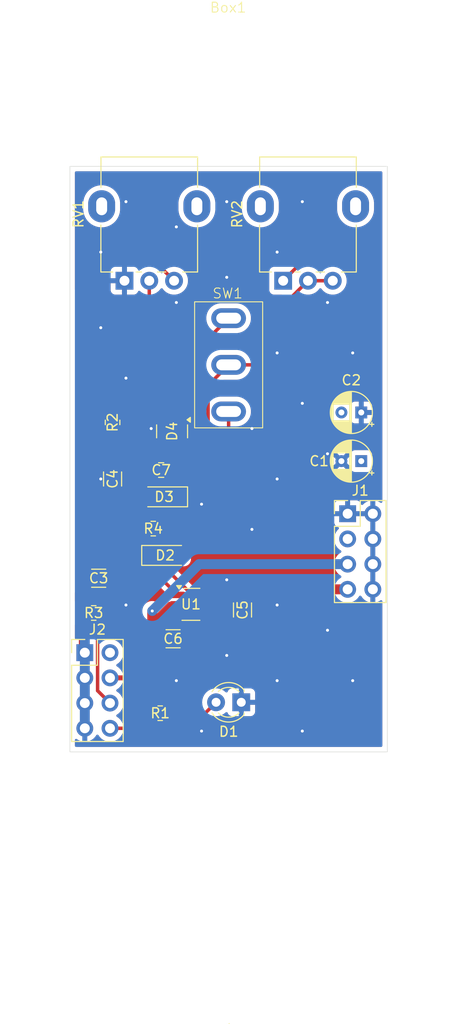
<source format=kicad_pcb>
(kicad_pcb (version 20240108) (generator "pcbnew") (generator_version "8.0")
  (layers (0 "F.Cu" jumper) (1 "In1.Cu" signal) (2 "In2.Cu" signal) (31 "B.Cu" signal) (34 "B.Paste" user) (35 "F.Paste" user) (36 "B.SilkS" user "B.Silkscreen") (37 "F.SilkS" user "F.Silkscreen") (38 "B.Mask" user) (39 "F.Mask" user) (44 "Edge.Cuts" user))
  (net 0 "")
  (net 1 "GND")
  (net 2 "VIN")
  (net 3 "+V")
  (net 4 "-V")
  (net 5 "LED")
  (net 6 "IN^{EFF}")
  (net 7 "OUT^{EFF}")
  (net 8 "Net-(D2-A)")
  (net 9 "Net-(D4-A)")
  (net 10 "Net-(C3-Pad1)")
  (net 11 "Net-(D1-A)")
  (net 12 "Net-(C4-Pad1)")
  (net 13 "Net-(D2-K)")
  (net 14 "Net-(SW1-B)")
  (net 15 "Net-(R2-Pad2)")
  (net 16 "IN^{RAW}")
  (footprint "Capacitor_THT:CP_Radial_D4.0mm_P2.00mm" (layer "F.Cu") (at 213.3726 93.7 180)
    (property "Reference" "C1" (at 4.25 0 0) (layer "F.SilkS"))
    (property "Value" "22uF")
    (pad "1" thru_hole rect (at 0 0 180) (size 1.2 1.2) (drill 0.6) (layers "*.Cu" "*.Mask" "In3.Cu" "In4.Cu" "In5.Cu" "In6.Cu" "In7.Cu" "In8.Cu" "In9.Cu" "In10.Cu" "In11.Cu" "In12.Cu" "In13.Cu" "In14.Cu" "In15.Cu" "In16.Cu" "In17.Cu" "In18.Cu" "In19.Cu" "In20.Cu" "In21.Cu" "In22.Cu" "In23.Cu" "In24.Cu" "In25.Cu" "In26.Cu" "In27.Cu" "In28.Cu" "In29.Cu" "In30.Cu") (net 3 "+V"))
    (pad "2" thru_hole circle (at 2 0 180) (size 1.2 1.2) (drill 0.6) (layers "*.Cu" "*.Mask" "In3.Cu" "In4.Cu" "In5.Cu" "In6.Cu" "In7.Cu" "In8.Cu" "In9.Cu" "In10.Cu" "In11.Cu" "In12.Cu" "In13.Cu" "In14.Cu" "In15.Cu" "In16.Cu" "In17.Cu" "In18.Cu" "In19.Cu" "In20.Cu" "In21.Cu" "In22.Cu" "In23.Cu" "In24.Cu" "In25.Cu" "In26.Cu" "In27.Cu" "In28.Cu" "In29.Cu" "In30.Cu") (net 1 "GND"))
  )
  (footprint "Diode_SMD:D_SOD-123" (layer "F.Cu") (at 193.5 97.3 180)
    (property "Reference" "D3" (at 0 0 0) (layer "F.SilkS"))
    (property "Value" "BAT41")
    (pad "1" smd roundrect (at -1.65 0 180) (size 0.9 1.2) (layers "F.Cu" "F.Paste" "F.Mask") (net 8 "Net-(D2-A)"))
    (pad "2" smd roundrect (at 1.65 0 180) (size 0.9 1.2) (layers "F.Cu" "F.Paste" "F.Mask") (net 13 "Net-(D2-K)"))
  )
  (footprint "Capacitor_SMD:C_1206_3216Metric_Pad1.33x1.80mm_HandSolder" (layer "F.Cu") (at 188.3 95.5 -90)
    (property "Reference" "C4" (at 0 0 90) (layer "F.SilkS"))
    (property "Value" "1uF")
    (pad "1" smd roundrect (at -1.5625 0 270) (size 1.325 1.8) (layers "F.Cu" "F.Paste" "F.Mask") (roundrect_rratio 0.188679) (net 12 "Net-(C4-Pad1)"))
    (pad "2" smd roundrect (at 1.5625 0 270) (size 1.325 1.8) (layers "F.Cu" "F.Paste" "F.Mask") (roundrect_rratio 0.188679) (net 13 "Net-(D2-K)"))
  )
  (footprint "Potentiometer_THT:Potentiometer_Alpha_RD901F-40-00D_Single_Vertical" (layer "F.Cu") (at 189.5 75.525 90)
    (property "Reference" "RV1" (at 6.71 -4.64 90) (layer "F.SilkS"))
    (property "Value" "A10k")
    (pad "" thru_hole oval (at 7.5 -2.3 180) (size 2.72 3.24) (drill oval 1.1 1.8) (layers "*.Cu" "*.Mask" "In3.Cu" "In4.Cu" "In5.Cu" "In6.Cu" "In7.Cu" "In8.Cu" "In9.Cu" "In10.Cu" "In11.Cu" "In12.Cu" "In13.Cu" "In14.Cu" "In15.Cu" "In16.Cu" "In17.Cu" "In18.Cu" "In19.Cu" "In20.Cu" "In21.Cu" "In22.Cu" "In23.Cu" "In24.Cu" "In25.Cu" "In26.Cu" "In27.Cu" "In28.Cu" "In29.Cu" "In30.Cu"))
    (pad "" thru_hole oval (at 7.5 7.3 180) (size 2.72 3.24) (drill oval 1.1 1.8) (layers "*.Cu" "*.Mask" "In3.Cu" "In4.Cu" "In5.Cu" "In6.Cu" "In7.Cu" "In8.Cu" "In9.Cu" "In10.Cu" "In11.Cu" "In12.Cu" "In13.Cu" "In14.Cu" "In15.Cu" "In16.Cu" "In17.Cu" "In18.Cu" "In19.Cu" "In20.Cu" "In21.Cu" "In22.Cu" "In23.Cu" "In24.Cu" "In25.Cu" "In26.Cu" "In27.Cu" "In28.Cu" "In29.Cu" "In30.Cu"))
    (pad "1" thru_hole rect (at 0 0 180) (size 1.8 1.8) (drill 1) (layers "*.Cu" "*.Mask" "In3.Cu" "In4.Cu" "In5.Cu" "In6.Cu" "In7.Cu" "In8.Cu" "In9.Cu" "In10.Cu" "In11.Cu" "In12.Cu" "In13.Cu" "In14.Cu" "In15.Cu" "In16.Cu" "In17.Cu" "In18.Cu" "In19.Cu" "In20.Cu" "In21.Cu" "In22.Cu" "In23.Cu" "In24.Cu" "In25.Cu" "In26.Cu" "In27.Cu" "In28.Cu" "In29.Cu" "In30.Cu") (net 1 "GND"))
    (pad "2" thru_hole circle (at 0 2.5 180) (size 1.8 1.8) (drill 1) (layers "*.Cu" "*.Mask" "In3.Cu" "In4.Cu" "In5.Cu" "In6.Cu" "In7.Cu" "In8.Cu" "In9.Cu" "In10.Cu" "In11.Cu" "In12.Cu" "In13.Cu" "In14.Cu" "In15.Cu" "In16.Cu" "In17.Cu" "In18.Cu" "In19.Cu" "In20.Cu" "In21.Cu" "In22.Cu" "In23.Cu" "In24.Cu" "In25.Cu" "In26.Cu" "In27.Cu" "In28.Cu" "In29.Cu" "In30.Cu") (net 15 "Net-(R2-Pad2)"))
    (pad "3" thru_hole circle (at 0 5 180) (size 1.8 1.8) (drill 1) (layers "*.Cu" "*.Mask" "In3.Cu" "In4.Cu" "In5.Cu" "In6.Cu" "In7.Cu" "In8.Cu" "In9.Cu" "In10.Cu" "In11.Cu" "In12.Cu" "In13.Cu" "In14.Cu" "In15.Cu" "In16.Cu" "In17.Cu" "In18.Cu" "In19.Cu" "In20.Cu" "In21.Cu" "In22.Cu" "In23.Cu" "In24.Cu" "In25.Cu" "In26.Cu" "In27.Cu" "In28.Cu" "In29.Cu" "In30.Cu") (net 10 "Net-(C3-Pad1)"))
  )
  (footprint "Connector_PinHeader_2.54mm:PinHeader_2x04_P2.54mm_Vertical" (layer "F.Cu") (at 185.5 113)
    (property "Reference" "J2" (at 1.27 -2.33 0) (layer "F.SilkS"))
    (property "Value" "Conn_02x04_Odd_Even")
    (pad "1" thru_hole rect (at 0 0) (size 1.7 1.7) (drill 1) (layers "*.Cu" "*.Mask" "In3.Cu" "In4.Cu" "In5.Cu" "In6.Cu" "In7.Cu" "In8.Cu" "In9.Cu" "In10.Cu" "In11.Cu" "In12.Cu" "In13.Cu" "In14.Cu" "In15.Cu" "In16.Cu" "In17.Cu" "In18.Cu" "In19.Cu" "In20.Cu" "In21.Cu" "In22.Cu" "In23.Cu" "In24.Cu" "In25.Cu" "In26.Cu" "In27.Cu" "In28.Cu" "In29.Cu" "In30.Cu") (net 1 "GND"))
    (pad "2" thru_hole oval (at 2.54 0) (size 1.7 1.7) (drill 1) (layers "*.Cu" "*.Mask" "In3.Cu" "In4.Cu" "In5.Cu" "In6.Cu" "In7.Cu" "In8.Cu" "In9.Cu" "In10.Cu" "In11.Cu" "In12.Cu" "In13.Cu" "In14.Cu" "In15.Cu" "In16.Cu" "In17.Cu" "In18.Cu" "In19.Cu" "In20.Cu" "In21.Cu" "In22.Cu" "In23.Cu" "In24.Cu" "In25.Cu" "In26.Cu" "In27.Cu" "In28.Cu" "In29.Cu" "In30.Cu") (net 16 "IN^{RAW}"))
    (pad "3" thru_hole oval (at 0 2.54) (size 1.7 1.7) (drill 1) (layers "*.Cu" "*.Mask" "In3.Cu" "In4.Cu" "In5.Cu" "In6.Cu" "In7.Cu" "In8.Cu" "In9.Cu" "In10.Cu" "In11.Cu" "In12.Cu" "In13.Cu" "In14.Cu" "In15.Cu" "In16.Cu" "In17.Cu" "In18.Cu" "In19.Cu" "In20.Cu" "In21.Cu" "In22.Cu" "In23.Cu" "In24.Cu" "In25.Cu" "In26.Cu" "In27.Cu" "In28.Cu" "In29.Cu" "In30.Cu") (net 1 "GND"))
    (pad "4" thru_hole oval (at 2.54 2.54) (size 1.7 1.7) (drill 1) (layers "*.Cu" "*.Mask" "In3.Cu" "In4.Cu" "In5.Cu" "In6.Cu" "In7.Cu" "In8.Cu" "In9.Cu" "In10.Cu" "In11.Cu" "In12.Cu" "In13.Cu" "In14.Cu" "In15.Cu" "In16.Cu" "In17.Cu" "In18.Cu" "In19.Cu" "In20.Cu" "In21.Cu" "In22.Cu" "In23.Cu" "In24.Cu" "In25.Cu" "In26.Cu" "In27.Cu" "In28.Cu" "In29.Cu" "In30.Cu") (net 6 "IN^{EFF}"))
    (pad "5" thru_hole oval (at 0 5.08) (size 1.7 1.7) (drill 1) (layers "*.Cu" "*.Mask" "In3.Cu" "In4.Cu" "In5.Cu" "In6.Cu" "In7.Cu" "In8.Cu" "In9.Cu" "In10.Cu" "In11.Cu" "In12.Cu" "In13.Cu" "In14.Cu" "In15.Cu" "In16.Cu" "In17.Cu" "In18.Cu" "In19.Cu" "In20.Cu" "In21.Cu" "In22.Cu" "In23.Cu" "In24.Cu" "In25.Cu" "In26.Cu" "In27.Cu" "In28.Cu" "In29.Cu" "In30.Cu") (net 1 "GND"))
    (pad "6" thru_hole oval (at 2.54 5.08) (size 1.7 1.7) (drill 1) (layers "*.Cu" "*.Mask" "In3.Cu" "In4.Cu" "In5.Cu" "In6.Cu" "In7.Cu" "In8.Cu" "In9.Cu" "In10.Cu" "In11.Cu" "In12.Cu" "In13.Cu" "In14.Cu" "In15.Cu" "In16.Cu" "In17.Cu" "In18.Cu" "In19.Cu" "In20.Cu" "In21.Cu" "In22.Cu" "In23.Cu" "In24.Cu" "In25.Cu" "In26.Cu" "In27.Cu" "In28.Cu" "In29.Cu" "In30.Cu") (net 7 "OUT^{EFF}"))
    (pad "7" thru_hole oval (at 0 7.62) (size 1.7 1.7) (drill 1) (layers "*.Cu" "*.Mask" "In3.Cu" "In4.Cu" "In5.Cu" "In6.Cu" "In7.Cu" "In8.Cu" "In9.Cu" "In10.Cu" "In11.Cu" "In12.Cu" "In13.Cu" "In14.Cu" "In15.Cu" "In16.Cu" "In17.Cu" "In18.Cu" "In19.Cu" "In20.Cu" "In21.Cu" "In22.Cu" "In23.Cu" "In24.Cu" "In25.Cu" "In26.Cu" "In27.Cu" "In28.Cu" "In29.Cu" "In30.Cu") (net 1 "GND"))
    (pad "8" thru_hole oval (at 2.54 7.62) (size 1.7 1.7) (drill 1) (layers "*.Cu" "*.Mask" "In3.Cu" "In4.Cu" "In5.Cu" "In6.Cu" "In7.Cu" "In8.Cu" "In9.Cu" "In10.Cu" "In11.Cu" "In12.Cu" "In13.Cu" "In14.Cu" "In15.Cu" "In16.Cu" "In17.Cu" "In18.Cu" "In19.Cu" "In20.Cu" "In21.Cu" "In22.Cu" "In23.Cu" "In24.Cu" "In25.Cu" "In26.Cu" "In27.Cu" "In28.Cu" "In29.Cu" "In30.Cu") (net 5 "LED"))
  )
  (footprint "Resistor_SMD:R_0805_2012Metric_Pad1.20x1.40mm_HandSolder" (layer "F.Cu") (at 192.4 100.5)
    (property "Reference" "R4" (at 0 0 0) (layer "F.SilkS"))
    (property "Value" "10k")
    (pad "1" smd roundrect (at -1 0) (size 1.2 1.4) (layers "F.Cu" "F.Paste" "F.Mask") (roundrect_rratio 0.208333) (net 1 "GND"))
    (pad "2" smd roundrect (at 1 0) (size 1.2 1.4) (layers "F.Cu" "F.Paste" "F.Mask") (roundrect_rratio 0.208333) (net 14 "Net-(SW1-B)"))
  )
  (footprint "Package_TO_SOT_SMD:SOT-23" (layer "F.Cu") (at 194.3 90.7 -90)
    (property "Reference" "D4" (at 0 0 90) (layer "F.SilkS"))
    (property "Value" "MMBD1203")
    (pad "1" smd roundrect (at -0.9375 -0.95 270) (size 1.475 0.6) (layers "F.Cu" "F.Paste" "F.Mask") (net 9 "Net-(D4-A)"))
    (pad "2" smd roundrect (at -0.9375 0.95 270) (size 1.475 0.6) (layers "F.Cu" "F.Paste" "F.Mask") (net 9 "Net-(D4-A)"))
    (pad "3" smd roundrect (at 0.9375 0 270) (size 1.475 0.6) (layers "F.Cu" "F.Paste" "F.Mask") (net 13 "Net-(D2-K)"))
  )
  (footprint "Connector_PinHeader_2.54mm:PinHeader_2x04_P2.54mm_Vertical" (layer "F.Cu") (at 212 99)
    (property "Reference" "J1" (at 1.27 -2.33 0) (layer "F.SilkS"))
    (property "Value" "Conn_02x04_Odd_Even")
    (pad "1" thru_hole rect (at 0 0) (size 1.7 1.7) (drill 1) (layers "*.Cu" "*.Mask" "In3.Cu" "In4.Cu" "In5.Cu" "In6.Cu" "In7.Cu" "In8.Cu" "In9.Cu" "In10.Cu" "In11.Cu" "In12.Cu" "In13.Cu" "In14.Cu" "In15.Cu" "In16.Cu" "In17.Cu" "In18.Cu" "In19.Cu" "In20.Cu" "In21.Cu" "In22.Cu" "In23.Cu" "In24.Cu" "In25.Cu" "In26.Cu" "In27.Cu" "In28.Cu" "In29.Cu" "In30.Cu") (net 1 "GND"))
    (pad "2" thru_hole oval (at 2.54 0) (size 1.7 1.7) (drill 1) (layers "*.Cu" "*.Mask" "In3.Cu" "In4.Cu" "In5.Cu" "In6.Cu" "In7.Cu" "In8.Cu" "In9.Cu" "In10.Cu" "In11.Cu" "In12.Cu" "In13.Cu" "In14.Cu" "In15.Cu" "In16.Cu" "In17.Cu" "In18.Cu" "In19.Cu" "In20.Cu" "In21.Cu" "In22.Cu" "In23.Cu" "In24.Cu" "In25.Cu" "In26.Cu" "In27.Cu" "In28.Cu" "In29.Cu" "In30.Cu") (net 1 "GND"))
    (pad "3" thru_hole oval (at 0 2.54) (size 1.7 1.7) (drill 1) (layers "*.Cu" "*.Mask" "In3.Cu" "In4.Cu" "In5.Cu" "In6.Cu" "In7.Cu" "In8.Cu" "In9.Cu" "In10.Cu" "In11.Cu" "In12.Cu" "In13.Cu" "In14.Cu" "In15.Cu" "In16.Cu" "In17.Cu" "In18.Cu" "In19.Cu" "In20.Cu" "In21.Cu" "In22.Cu" "In23.Cu" "In24.Cu" "In25.Cu" "In26.Cu" "In27.Cu" "In28.Cu" "In29.Cu" "In30.Cu") (net 2 "VIN"))
    (pad "4" thru_hole oval (at 2.54 2.54) (size 1.7 1.7) (drill 1) (layers "*.Cu" "*.Mask" "In3.Cu" "In4.Cu" "In5.Cu" "In6.Cu" "In7.Cu" "In8.Cu" "In9.Cu" "In10.Cu" "In11.Cu" "In12.Cu" "In13.Cu" "In14.Cu" "In15.Cu" "In16.Cu" "In17.Cu" "In18.Cu" "In19.Cu" "In20.Cu" "In21.Cu" "In22.Cu" "In23.Cu" "In24.Cu" "In25.Cu" "In26.Cu" "In27.Cu" "In28.Cu" "In29.Cu" "In30.Cu") (net 1 "GND"))
    (pad "5" thru_hole oval (at 0 5.08) (size 1.7 1.7) (drill 1) (layers "*.Cu" "*.Mask" "In3.Cu" "In4.Cu" "In5.Cu" "In6.Cu" "In7.Cu" "In8.Cu" "In9.Cu" "In10.Cu" "In11.Cu" "In12.Cu" "In13.Cu" "In14.Cu" "In15.Cu" "In16.Cu" "In17.Cu" "In18.Cu" "In19.Cu" "In20.Cu" "In21.Cu" "In22.Cu" "In23.Cu" "In24.Cu" "In25.Cu" "In26.Cu" "In27.Cu" "In28.Cu" "In29.Cu" "In30.Cu") (net 4 "-V"))
    (pad "6" thru_hole oval (at 2.54 5.08) (size 1.7 1.7) (drill 1) (layers "*.Cu" "*.Mask" "In3.Cu" "In4.Cu" "In5.Cu" "In6.Cu" "In7.Cu" "In8.Cu" "In9.Cu" "In10.Cu" "In11.Cu" "In12.Cu" "In13.Cu" "In14.Cu" "In15.Cu" "In16.Cu" "In17.Cu" "In18.Cu" "In19.Cu" "In20.Cu" "In21.Cu" "In22.Cu" "In23.Cu" "In24.Cu" "In25.Cu" "In26.Cu" "In27.Cu" "In28.Cu" "In29.Cu" "In30.Cu") (net 1 "GND"))
    (pad "7" thru_hole oval (at 0 7.62) (size 1.7 1.7) (drill 1) (layers "*.Cu" "*.Mask" "In3.Cu" "In4.Cu" "In5.Cu" "In6.Cu" "In7.Cu" "In8.Cu" "In9.Cu" "In10.Cu" "In11.Cu" "In12.Cu" "In13.Cu" "In14.Cu" "In15.Cu" "In16.Cu" "In17.Cu" "In18.Cu" "In19.Cu" "In20.Cu" "In21.Cu" "In22.Cu" "In23.Cu" "In24.Cu" "In25.Cu" "In26.Cu" "In27.Cu" "In28.Cu" "In29.Cu" "In30.Cu") (net 3 "+V"))
    (pad "8" thru_hole oval (at 2.54 7.62) (size 1.7 1.7) (drill 1) (layers "*.Cu" "*.Mask" "In3.Cu" "In4.Cu" "In5.Cu" "In6.Cu" "In7.Cu" "In8.Cu" "In9.Cu" "In10.Cu" "In11.Cu" "In12.Cu" "In13.Cu" "In14.Cu" "In15.Cu" "In16.Cu" "In17.Cu" "In18.Cu" "In19.Cu" "In20.Cu" "In21.Cu" "In22.Cu" "In23.Cu" "In24.Cu" "In25.Cu" "In26.Cu" "In27.Cu" "In28.Cu" "In29.Cu" "In30.Cu") (net 1 "GND"))
  )
  (footprint "Mylib:Tayda Toggle SPDT" (layer "F.Cu") (at 200 84 90)
    (property "Reference" "SW1" (at 7.2 -0.1 0) (layer "F.SilkS") (effects (font (thickness 0.1))))
    (property "Value" "ON-OFF-ON")
    (pad "1" thru_hole oval (at -4.7 0 90) (size 2 3.5) (drill oval 1.1 2.5) (layers "*.Cu" "*.Mask" "In3.Cu" "In4.Cu" "In5.Cu" "In6.Cu" "In7.Cu" "In8.Cu" "In9.Cu" "In10.Cu" "In11.Cu" "In12.Cu" "In13.Cu" "In14.Cu" "In15.Cu" "In16.Cu" "In17.Cu" "In18.Cu" "In19.Cu" "In20.Cu" "In21.Cu" "In22.Cu" "In23.Cu" "In24.Cu" "In25.Cu" "In26.Cu" "In27.Cu" "In28.Cu" "In29.Cu" "In30.Cu") (net 8 "Net-(D2-A)"))
    (pad "2" thru_hole oval (at 0 0 90) (size 2 3.5) (drill oval 1.1 2.5) (layers "*.Cu" "*.Mask" "In3.Cu" "In4.Cu" "In5.Cu" "In6.Cu" "In7.Cu" "In8.Cu" "In9.Cu" "In10.Cu" "In11.Cu" "In12.Cu" "In13.Cu" "In14.Cu" "In15.Cu" "In16.Cu" "In17.Cu" "In18.Cu" "In19.Cu" "In20.Cu" "In21.Cu" "In22.Cu" "In23.Cu" "In24.Cu" "In25.Cu" "In26.Cu" "In27.Cu" "In28.Cu" "In29.Cu" "In30.Cu") (net 14 "Net-(SW1-B)"))
    (pad "3" thru_hole oval (at 4.7 0 90) (size 2 3.5) (drill oval 1.1 2.5) (layers "*.Cu" "*.Mask" "In3.Cu" "In4.Cu" "In5.Cu" "In6.Cu" "In7.Cu" "In8.Cu" "In9.Cu" "In10.Cu" "In11.Cu" "In12.Cu" "In13.Cu" "In14.Cu" "In15.Cu" "In16.Cu" "In17.Cu" "In18.Cu" "In19.Cu" "In20.Cu" "In21.Cu" "In22.Cu" "In23.Cu" "In24.Cu" "In25.Cu" "In26.Cu" "In27.Cu" "In28.Cu" "In29.Cu" "In30.Cu") (net 9 "Net-(D4-A)"))
  )
  (footprint "Mylib:1590A" (layer "F.Cu") (at 200 100)
    (property "Reference" "Box1" (at -0.05 -52 0) (layer "F.SilkS") (effects (font (thickness 0.1))))
    (property "Value" "1590A")
  )
  (footprint "LED_THT:LED_D3.0mm" (layer "F.Cu") (at 201.275 118 180)
    (property "Reference" "D1" (at 1.27 -2.96 180) (layer "F.SilkS"))
    (property "Value" "LED")
    (pad "1" thru_hole rect (at 0 0 180) (size 1.8 1.8) (drill 0.9) (layers "*.Cu" "*.Mask" "In3.Cu" "In4.Cu" "In5.Cu" "In6.Cu" "In7.Cu" "In8.Cu" "In9.Cu" "In10.Cu" "In11.Cu" "In12.Cu" "In13.Cu" "In14.Cu" "In15.Cu" "In16.Cu" "In17.Cu" "In18.Cu" "In19.Cu" "In20.Cu" "In21.Cu" "In22.Cu" "In23.Cu" "In24.Cu" "In25.Cu" "In26.Cu" "In27.Cu" "In28.Cu" "In29.Cu" "In30.Cu") (net 1 "GND"))
    (pad "2" thru_hole circle (at 2.54 0 180) (size 1.8 1.8) (drill 0.9) (layers "*.Cu" "*.Mask" "In3.Cu" "In4.Cu" "In5.Cu" "In6.Cu" "In7.Cu" "In8.Cu" "In9.Cu" "In10.Cu" "In11.Cu" "In12.Cu" "In13.Cu" "In14.Cu" "In15.Cu" "In16.Cu" "In17.Cu" "In18.Cu" "In19.Cu" "In20.Cu" "In21.Cu" "In22.Cu" "In23.Cu" "In24.Cu" "In25.Cu" "In26.Cu" "In27.Cu" "In28.Cu" "In29.Cu" "In30.Cu") (net 11 "Net-(D1-A)"))
  )
  (footprint "Resistor_SMD:R_0805_2012Metric_Pad1.20x1.40mm_HandSolder" (layer "F.Cu") (at 186.4 109)
    (property "Reference" "R3" (at 0 0 0) (layer "F.SilkS"))
    (property "Value" "1M0")
    (pad "1" smd roundrect (at -1 0) (size 1.2 1.4) (layers "F.Cu" "F.Paste" "F.Mask") (roundrect_rratio 0.208333) (net 1 "GND"))
    (pad "2" smd roundrect (at 1 0) (size 1.2 1.4) (layers "F.Cu" "F.Paste" "F.Mask") (roundrect_rratio 0.208333) (net 7 "OUT^{EFF}"))
  )
  (footprint "Capacitor_SMD:C_1206_3216Metric_Pad1.33x1.80mm_HandSolder" (layer "F.Cu") (at 186.9 105.5)
    (property "Reference" "C3" (at 0 0 0) (layer "F.SilkS"))
    (property "Value" "1uF")
    (pad "1" smd roundrect (at -1.5625 0) (size 1.325 1.8) (layers "F.Cu" "F.Paste" "F.Mask") (roundrect_rratio 0.188679) (net 10 "Net-(C3-Pad1)"))
    (pad "2" smd roundrect (at 1.5625 0) (size 1.325 1.8) (layers "F.Cu" "F.Paste" "F.Mask") (roundrect_rratio 0.188679) (net 7 "OUT^{EFF}"))
  )
  (footprint "Capacitor_SMD:C_0805_2012Metric_Pad1.18x1.45mm_HandSolder" (layer "F.Cu") (at 193.2 94.6 180)
    (property "Reference" "C7" (at 0 0 180) (layer "F.SilkS"))
    (property "Value" "10pF")
    (pad "1" smd roundrect (at -1.0375 0 180) (size 1.175 1.45) (layers "F.Cu" "F.Paste" "F.Mask") (roundrect_rratio 0.212766) (net 14 "Net-(SW1-B)"))
    (pad "2" smd roundrect (at 1.0375 0 180) (size 1.175 1.45) (layers "F.Cu" "F.Paste" "F.Mask") (roundrect_rratio 0.212766) (net 13 "Net-(D2-K)"))
  )
  (footprint "Potentiometer_THT:Potentiometer_Alpha_RD901F-40-00D_Single_Vertical" (layer "F.Cu") (at 205.5 75.525 90)
    (property "Reference" "RV2" (at 6.71 -4.64 90) (layer "F.SilkS"))
    (property "Value" "B10k")
    (pad "" thru_hole oval (at 7.5 -2.3 180) (size 2.72 3.24) (drill oval 1.1 1.8) (layers "*.Cu" "*.Mask" "In3.Cu" "In4.Cu" "In5.Cu" "In6.Cu" "In7.Cu" "In8.Cu" "In9.Cu" "In10.Cu" "In11.Cu" "In12.Cu" "In13.Cu" "In14.Cu" "In15.Cu" "In16.Cu" "In17.Cu" "In18.Cu" "In19.Cu" "In20.Cu" "In21.Cu" "In22.Cu" "In23.Cu" "In24.Cu" "In25.Cu" "In26.Cu" "In27.Cu" "In28.Cu" "In29.Cu" "In30.Cu"))
    (pad "" thru_hole oval (at 7.5 7.3 180) (size 2.72 3.24) (drill oval 1.1 1.8) (layers "*.Cu" "*.Mask" "In3.Cu" "In4.Cu" "In5.Cu" "In6.Cu" "In7.Cu" "In8.Cu" "In9.Cu" "In10.Cu" "In11.Cu" "In12.Cu" "In13.Cu" "In14.Cu" "In15.Cu" "In16.Cu" "In17.Cu" "In18.Cu" "In19.Cu" "In20.Cu" "In21.Cu" "In22.Cu" "In23.Cu" "In24.Cu" "In25.Cu" "In26.Cu" "In27.Cu" "In28.Cu" "In29.Cu" "In30.Cu"))
    (pad "1" thru_hole rect (at 0 0 180) (size 1.8 1.8) (drill 1) (layers "*.Cu" "*.Mask" "In3.Cu" "In4.Cu" "In5.Cu" "In6.Cu" "In7.Cu" "In8.Cu" "In9.Cu" "In10.Cu" "In11.Cu" "In12.Cu" "In13.Cu" "In14.Cu" "In15.Cu" "In16.Cu" "In17.Cu" "In18.Cu" "In19.Cu" "In20.Cu" "In21.Cu" "In22.Cu" "In23.Cu" "In24.Cu" "In25.Cu" "In26.Cu" "In27.Cu" "In28.Cu" "In29.Cu" "In30.Cu") (net 14 "Net-(SW1-B)"))
    (pad "2" thru_hole circle (at 0 2.5 180) (size 1.8 1.8) (drill 1) (layers "*.Cu" "*.Mask" "In3.Cu" "In4.Cu" "In5.Cu" "In6.Cu" "In7.Cu" "In8.Cu" "In9.Cu" "In10.Cu" "In11.Cu" "In12.Cu" "In13.Cu" "In14.Cu" "In15.Cu" "In16.Cu" "In17.Cu" "In18.Cu" "In19.Cu" "In20.Cu" "In21.Cu" "In22.Cu" "In23.Cu" "In24.Cu" "In25.Cu" "In26.Cu" "In27.Cu" "In28.Cu" "In29.Cu" "In30.Cu") (net 13 "Net-(D2-K)"))
    (pad "3" thru_hole circle (at 0 5 180) (size 1.8 1.8) (drill 1) (layers "*.Cu" "*.Mask" "In3.Cu" "In4.Cu" "In5.Cu" "In6.Cu" "In7.Cu" "In8.Cu" "In9.Cu" "In10.Cu" "In11.Cu" "In12.Cu" "In13.Cu" "In14.Cu" "In15.Cu" "In16.Cu" "In17.Cu" "In18.Cu" "In19.Cu" "In20.Cu" "In21.Cu" "In22.Cu" "In23.Cu" "In24.Cu" "In25.Cu" "In26.Cu" "In27.Cu" "In28.Cu" "In29.Cu" "In30.Cu") (net 13 "Net-(D2-K)"))
  )
  (footprint "Capacitor_SMD:C_1206_3216Metric_Pad1.33x1.80mm_HandSolder" (layer "F.Cu") (at 194.4 111.6 180)
    (property "Reference" "C6" (at 0 0 0) (layer "F.SilkS"))
    (property "Value" "2.2uF")
    (pad "1" smd roundrect (at -1.5625 0 180) (size 1.325 1.8) (layers "F.Cu" "F.Paste" "F.Mask") (roundrect_rratio 0.188679) (net 1 "GND"))
    (pad "2" smd roundrect (at 1.5625 0 180) (size 1.325 1.8) (layers "F.Cu" "F.Paste" "F.Mask") (roundrect_rratio 0.188679) (net 4 "-V"))
  )
  (footprint "Capacitor_SMD:C_1206_3216Metric_Pad1.33x1.80mm_HandSolder" (layer "F.Cu") (at 201.4 108.7 90)
    (property "Reference" "C5" (at 0 0 90) (layer "F.SilkS"))
    (property "Value" "2.2uF")
    (pad "1" smd roundrect (at -1.5625 0 90) (size 1.325 1.8) (layers "F.Cu" "F.Paste" "F.Mask") (roundrect_rratio 0.188679) (net 1 "GND"))
    (pad "2" smd roundrect (at 1.5625 0 90) (size 1.325 1.8) (layers "F.Cu" "F.Paste" "F.Mask") (roundrect_rratio 0.188679) (net 3 "+V"))
  )
  (footprint "Diode_SMD:D_SOD-123" (layer "F.Cu") (at 193.6 103.2)
    (property "Reference" "D2" (at 0 0 0) (layer "F.SilkS"))
    (property "Value" "BAT41")
    (pad "1" smd roundrect (at -1.65 0) (size 0.9 1.2) (layers "F.Cu" "F.Paste" "F.Mask") (net 13 "Net-(D2-K)"))
    (pad "2" smd roundrect (at 1.65 0) (size 0.9 1.2) (layers "F.Cu" "F.Paste" "F.Mask") (net 8 "Net-(D2-A)"))
  )
  (footprint "Capacitor_THT:CP_Radial_D4.0mm_P2.00mm" (layer "F.Cu") (at 213.3726 88.8 180)
    (property "Reference" "C2" (at 1 3.25 0) (layer "F.SilkS"))
    (property "Value" "22uF")
    (pad "1" thru_hole rect (at 0 0 180) (size 1.2 1.2) (drill 0.6) (layers "*.Cu" "*.Mask" "In3.Cu" "In4.Cu" "In5.Cu" "In6.Cu" "In7.Cu" "In8.Cu" "In9.Cu" "In10.Cu" "In11.Cu" "In12.Cu" "In13.Cu" "In14.Cu" "In15.Cu" "In16.Cu" "In17.Cu" "In18.Cu" "In19.Cu" "In20.Cu" "In21.Cu" "In22.Cu" "In23.Cu" "In24.Cu" "In25.Cu" "In26.Cu" "In27.Cu" "In28.Cu" "In29.Cu" "In30.Cu") (net 1 "GND"))
    (pad "2" thru_hole circle (at 2 0 180) (size 1.2 1.2) (drill 0.6) (layers "*.Cu" "*.Mask" "In3.Cu" "In4.Cu" "In5.Cu" "In6.Cu" "In7.Cu" "In8.Cu" "In9.Cu" "In10.Cu" "In11.Cu" "In12.Cu" "In13.Cu" "In14.Cu" "In15.Cu" "In16.Cu" "In17.Cu" "In18.Cu" "In19.Cu" "In20.Cu" "In21.Cu" "In22.Cu" "In23.Cu" "In24.Cu" "In25.Cu" "In26.Cu" "In27.Cu" "In28.Cu" "In29.Cu" "In30.Cu") (net 4 "-V"))
  )
  (footprint "Package_TO_SOT_SMD:SOT-23-5_HandSoldering" (layer "F.Cu") (at 196.2 108.13)
    (property "Reference" "U1" (at 0 0 0) (layer "F.SilkS"))
    (property "Value" "OPA1655")
    (pad "1" smd roundrect (at -1.35 -0.95) (size 1.56 0.65) (layers "F.Cu" "F.Paste" "F.Mask") (net 13 "Net-(D2-K)"))
    (pad "2" smd roundrect (at -1.35 0) (size 1.56 0.65) (layers "F.Cu" "F.Paste" "F.Mask") (net 4 "-V"))
    (pad "3" smd roundrect (at -1.35 0.95) (size 1.56 0.65) (layers "F.Cu" "F.Paste" "F.Mask") (net 6 "IN^{EFF}"))
    (pad "4" smd roundrect (at 1.35 0.95) (size 1.56 0.65) (layers "F.Cu" "F.Paste" "F.Mask") (net 14 "Net-(SW1-B)"))
    (pad "5" smd roundrect (at 1.35 -0.95) (size 1.56 0.65) (layers "F.Cu" "F.Paste" "F.Mask") (net 3 "+V"))
  )
  (footprint "Resistor_SMD:R_0805_2012Metric_Pad1.20x1.40mm_HandSolder" (layer "F.Cu") (at 193.1 119.1)
    (property "Reference" "R1" (at 0 0 0) (layer "F.SilkS"))
    (property "Value" "10k")
    (pad "1" smd roundrect (at -1 0) (size 1.2 1.4) (layers "F.Cu" "F.Paste" "F.Mask") (roundrect_rratio 0.208333) (net 5 "LED"))
    (pad "2" smd roundrect (at 1 0) (size 1.2 1.4) (layers "F.Cu" "F.Paste" "F.Mask") (roundrect_rratio 0.208333) (net 11 "Net-(D1-A)"))
  )
  (footprint "Resistor_SMD:R_0805_2012Metric_Pad1.20x1.40mm_HandSolder" (layer "F.Cu") (at 188.3 89.8 90)
    (property "Reference" "R2" (at 0 0 90) (layer "F.SilkS"))
    (property "Value" "1k0")
    (pad "1" smd roundrect (at -1 0 90) (size 1.2 1.4) (layers "F.Cu" "F.Paste" "F.Mask") (roundrect_rratio 0.208333) (net 12 "Net-(C4-Pad1)"))
    (pad "2" smd roundrect (at 1 0 90) (size 1.2 1.4) (layers "F.Cu" "F.Paste" "F.Mask") (roundrect_rratio 0.208333) (net 15 "Net-(R2-Pad2)"))
  )
  (gr_rect (start 184 64) (end 216 123) (stroke (width 0.05)) (fill none) (layer "Edge.Cuts"))
  (segment (start 186.9 104.4) (end 186.9 107.2) (width 0.5) (layer "F.Cu") (net 1))
  (segment (start 190.8 100.5) (end 186.9 104.4) (width 0.5) (layer "F.Cu") (net 1))
  (segment (start 186.9 107.2) (end 185.4 108.7) (width 0.5) (layer "F.Cu") (net 1))
  (segment (start 185.4 109) (end 185.4 112.9) (width 1) (layer "F.Cu") (net 1))
  (segment (start 191.4 100.5) (end 190.8 100.5) (width 0.5) (layer "F.Cu") (net 1))
  (via (at 212.51 115.8195) (size 0.6) (drill 0.3) (layers "F.Cu" "B.Cu") (net 1))
  (via (at 197.27 98.0395) (size 0.6) (drill 0.3) (layers "F.Cu" "B.Cu") (net 1))
  (via (at 199.81 113.2795) (size 0.6) (drill 0.3) (layers "F.Cu" "B.Cu") (net 1))
  (via (at 207.43 67.5595) (size 0.6) (drill 0.3) (layers "F.Cu" "B.Cu") (net 1))
  (via (at 189.65 67.5595) (size 0.6) (drill 0.3) (layers "F.Cu" "B.Cu") (net 1))
  (via (at 199.81 67.5595) (size 0.6) (drill 0.3) (layers "F.Cu" "B.Cu") (net 1))
  (via (at 212.51 82.7995) (size 0.6) (drill 0.3) (layers "F.Cu" "B.Cu") (net 1))
  (via (at 204.89 115.8195) (size 0.6) (drill 0.3) (layers "F.Cu" "B.Cu") (net 1))
  (via (at 187.11 72.6395) (size 0.6) (drill 0.3) (layers "F.Cu" "B.Cu") (net 1))
  (via (at 189.65 108.1995) (size 0.6) (drill 0.3) (layers "F.Cu" "B.Cu") (net 1))
  (via (at 189.65 85.3395) (size 0.6) (drill 0.3) (layers "F.Cu" "B.Cu") (net 1))
  (via (at 202.35 90.4195) (size 0.6) (drill 0.3) (layers "F.Cu" "B.Cu") (net 1))
  (via (at 204.89 72.6395) (size 0.6) (drill 0.3) (layers "F.Cu" "B.Cu") (net 1))
  (via (at 207.43 120.8995) (size 0.6) (drill 0.3) (layers "F.Cu" "B.Cu") (net 1))
  (via (at 209.97 110.7395) (size 0.6) (drill 0.3) (layers "F.Cu" "B.Cu") (net 1))
  (via (at 194.73 77.7195) (size 0.6) (drill 0.3) (layers "F.Cu" "B.Cu") (net 1))
  (via (at 204.89 82.7995) (size 0.6) (drill 0.3) (layers "F.Cu" "B.Cu") (net 1))
  (via (at 204.89 95.4995) (size 0.6) (drill 0.3) (layers "F.Cu" "B.Cu") (net 1))
  (via (at 194.73 115.8195) (size 0.6) (drill 0.3) (layers "F.Cu" "B.Cu") (net 1))
  (via (at 207.43 87.8795) (size 0.6) (drill 0.3) (layers "F.Cu" "B.Cu") (net 1))
  (via (at 209.97 92.9595) (size 0.6) (drill 0.3) (layers "F.Cu" "B.Cu") (net 1))
  (via (at 187.11 95.4995) (size 0.6) (drill 0.3) (layers "F.Cu" "B.Cu") (net 1))
  (via (at 202.35 100.5795) (size 0.6) (drill 0.3) (layers "F.Cu" "B.Cu") (net 1))
  (via (at 187.11 80.2595) (size 0.6) (drill 0.3) (layers "F.Cu" "B.Cu") (net 1))
  (via (at 194.73 70.0995) (size 0.6) (drill 0.3) (layers "F.Cu" "B.Cu") (net 1))
  (via (at 192.19 90.4195) (size 0.6) (drill 0.3) (layers "F.Cu" "B.Cu") (net 1))
  (via (at 209.97 77.7195) (size 0.6) (drill 0.3) (layers "F.Cu" "B.Cu") (net 1))
  (via (at 199.81 105.6595) (size 0.6) (drill 0.3) (layers "F.Cu" "B.Cu") (net 1))
  (via (at 204.89 108.1995) (size 0.6) (drill 0.3) (layers "F.Cu" "B.Cu") (net 1))
  (via (at 199.81 75.1795) (size 0.6) (drill 0.3) (layers "F.Cu" "B.Cu") (net 1))
  (via (at 197.27 120.8995) (size 0.6) (drill 0.3) (layers "F.Cu" "B.Cu") (net 1))
  (segment (start 185.5 120.62) (end 185.5 113) (width 1) (layer "B.Cu") (net 1))
  (segment (start 185.5 113) (end 185.5 86.7) (width 1) (layer "B.Cu") (net 1))
  (segment (start 185.5 86.7) (end 188.5 83.7) (width 1) (layer "B.Cu") (net 1))
  (segment (start 197.5925 107.1375) (end 197.55 107.18) (width 1) (layer "F.Cu") (net 3))
  (segment (start 201.9175 106.62) (end 201.4 107.1375) (width 1) (layer "F.Cu") (net 3))
  (segment (start 212 106.62) (end 201.9175 106.62) (width 1) (layer "F.Cu") (net 3))
  (segment (start 201.4 107.1375) (end 197.5925 107.1375) (width 1) (layer "F.Cu") (net 3))
  (segment (start 192.3 108.8) (end 192.3 111.0625) (width 1) (layer "F.Cu") (net 4))
  (segment (start 194.85 108.13) (end 194.070001 108.13) (width 0.5) (layer "F.Cu") (net 4))
  (segment (start 194.070001 108.13) (end 192.8375 109.362501) (width 0.5) (layer "F.Cu") (net 4))
  (segment (start 192.8375 109.362501) (end 192.8375 111.6) (width 0.5) (layer "F.Cu") (net 4))
  (segment (start 192.3 111.0625) (end 192.8375 111.6) (width 1) (layer "F.Cu") (net 4))
  (via (at 192.3 108.8) (size 0.6) (drill 0.3) (layers "F.Cu" "B.Cu") (net 4))
  (segment (start 197.02 104.08) (end 192.3 108.8) (width 1) (layer "B.Cu") (net 4))
  (segment (start 212 104.08) (end 197.02 104.08) (width 1) (layer "B.Cu") (net 4))
  (segment (start 190.58 120.62) (end 192.1 119.1) (width 0.35) (layer "F.Cu") (net 5))
  (segment (start 190.58 120.62) (end 188.04 120.62) (width 0.35) (layer "F.Cu") (net 5))
  (segment (start 194.5 109.43) (end 194.85 109.08) (width 0.5) (layer "F.Cu") (net 6))
  (segment (start 188.04 115.54) (end 191.66 115.54) (width 0.5) (layer "F.Cu") (net 6))
  (segment (start 191.66 115.54) (end 194.5 112.7) (width 0.5) (layer "F.Cu") (net 6))
  (segment (start 194.5 112.7) (end 194.5 109.43) (width 0.5) (layer "F.Cu") (net 6))
  (segment (start 188.4625 107.9375) (end 187.4 109) (width 0.35) (layer "F.Cu") (net 7))
  (segment (start 188.4625 105.5) (end 188.4625 107.9375) (width 0.35) (layer "F.Cu") (net 7))
  (segment (start 186.79 109.61) (end 186.79 116.83) (width 0.35) (layer "F.Cu") (net 7))
  (segment (start 187.4 109) (end 186.79 109.61) (width 0.35) (layer "F.Cu") (net 7))
  (segment (start 186.79 116.83) (end 188.04 118.08) (width 0.35) (layer "F.Cu") (net 7))
  (segment (start 200 88.7) (end 200 92.45) (width 0.35) (layer "F.Cu") (net 8))
  (segment (start 200 92.45) (end 195.15 97.3) (width 0.35) (layer "F.Cu") (net 8))
  (segment (start 195.25 103.2) (end 195.25 97.4) (width 0.35) (layer "F.Cu") (net 8))
  (segment (start 195.25 84.05) (end 200 79.3) (width 0.35) (layer "F.Cu") (net 9))
  (segment (start 195.25 89.7625) (end 195.25 84.05) (width 0.35) (layer "F.Cu") (net 9))
  (segment (start 193.35 89.7625) (end 195.25 89.7625) (width 0.35) (layer "F.Cu") (net 9))
  (segment (start 192.775 73.8) (end 194.5 75.525) (width 0.35) (layer "F.Cu") (net 10))
  (segment (start 185.3375 105.5) (end 185.3375 76.7625) (width 0.35) (layer "F.Cu") (net 10))
  (segment (start 185.3375 76.7625) (end 188.3 73.8) (width 0.35) (layer "F.Cu") (net 10))
  (segment (start 188.3 73.8) (end 192.775 73.8) (width 0.35) (layer "F.Cu") (net 10))
  (segment (start 194.1 119.1) (end 197.635 119.1) (width 0.35) (layer "F.Cu") (net 11))
  (segment (start 197.635 119.1) (end 198.735 118) (width 0.35) (layer "F.Cu") (net 11))
  (segment (start 188.3 93.9375) (end 188.3 90.8) (width 0.5) (layer "F.Cu") (net 12))
  (segment (start 191.95 104.28) (end 191.95 103.2) (width 0.35) (layer "F.Cu") (net 13))
  (segment (start 208 75.525) (end 210.5 75.525) (width 0.35) (layer "F.Cu") (net 13))
  (segment (start 191.85 94.0875) (end 194.3 91.6375) (width 0.35) (layer "F.Cu") (net 13))
  (segment (start 201.825 81.7) (end 208 75.525) (width 0.35) (layer "F.Cu") (net 13))
  (segment (start 192.425 102.725) (end 192.425 97.875) (width 0.35) (layer "F.Cu") (net 13))
  (segment (start 198.9 81.7) (end 201.825 81.7) (width 0.35) (layer "F.Cu") (net 13))
  (segment (start 196.1 90.7) (end 196.1 84.5) (width 0.35) (layer "F.Cu") (net 13))
  (segment (start 194.3 91.6375) (end 195.1625 91.6375) (width 0.35) (layer "F.Cu") (net 13))
  (segment (start 191.85 97.3) (end 191.85 94.0875) (width 0.35) (layer "F.Cu") (net 13))
  (segment (start 196.1 84.5) (end 198.9 81.7) (width 0.35) (layer "F.Cu") (net 13))
  (segment (start 192.425 97.875) (end 191.85 97.3) (width 0.35) (layer "F.Cu") (net 13))
  (segment (start 191.95 103.2) (end 192.425 102.725) (width 0.35) (layer "F.Cu") (net 13))
  (segment (start 191.6125 97.0625) (end 191.85 97.3) (width 0.5) (layer "F.Cu") (net 13))
  (segment (start 194.85 107.18) (end 191.95 104.28) (width 0.35) (layer "F.Cu") (net 13))
  (segment (start 188.3 97.0625) (end 191.6125 97.0625) (width 0.5) (layer "F.Cu") (net 13))
  (segment (start 195.1625 91.6375) (end 196.1 90.7) (width 0.35) (layer "F.Cu") (net 13))
  (segment (start 213.7 74.6) (end 212.7 73.6) (width 0.35) (layer "F.Cu") (net 14))
  (segment (start 200 84) (end 206.3 84) (width 0.35) (layer "F.Cu") (net 14))
  (segment (start 196.445 107.301068) (end 196.445 107.975) (width 0.35) (layer "F.Cu") (net 14))
  (segment (start 206.3 84) (end 213.7 76.6) (width 0.35) (layer "F.Cu") (net 14))
  (segment (start 193.4 104.256068) (end 196.445 107.301068) (width 0.35) (layer "F.Cu") (net 14))
  (segment (start 213.7 76.6) (end 213.7 74.6) (width 0.35) (layer "F.Cu") (net 14))
  (segment (start 212.7 73.6) (end 207.425 73.6) (width 0.35) (layer "F.Cu") (net 14))
  (segment (start 194.2375 94.6) (end 197.925 90.9125) (width 0.35) (layer "F.Cu") (net 14))
  (segment (start 193.4 95.4375) (end 194.2375 94.6) (width 0.35) (layer "F.Cu") (net 14))
  (segment (start 197.925 86.075) (end 200 84) (width 0.35) (layer "F.Cu") (net 14))
  (segment (start 193.4 100.5) (end 193.4 95.4375) (width 0.35) (layer "F.Cu") (net 14))
  (segment (start 197.925 90.9125) (end 197.925 86.075) (width 0.35) (layer "F.Cu") (net 14))
  (segment (start 196.445 107.975) (end 197.55 109.08) (width 0.35) (layer "F.Cu") (net 14))
  (segment (start 193.4 100.5) (end 193.4 104.256068) (width 0.35) (layer "F.Cu") (net 14))
  (segment (start 207.425 73.6) (end 205.5 75.525) (width 0.35) (layer "F.Cu") (net 14))
  (segment (start 192 79) (end 192 75.525) (width 0.35) (layer "F.Cu") (net 15))
  (segment (start 188.3 88.8) (end 188.3 82.7) (width 0.35) (layer "F.Cu") (net 15))
  (segment (start 188.3 82.7) (end 192 79) (width 0.35) (layer "F.Cu") (net 15))
  (zone (net 1) (net_name "GND") (layers "F.Cu" "In1.Cu" "In2.Cu" "B.Cu") (connect_pads (clearance 0.5)) (min_thickness 0.25) (fill yes (thermal_gap 0.5) (thermal_bridge_width 0.5) (smoothing fillet) (radius 1))
    (polygon (pts (xy 180.8 53.7) (xy 219.3 53.7) (xy 219.3 146.3) (xy 180.8 146.4)))
  )
)
</source>
